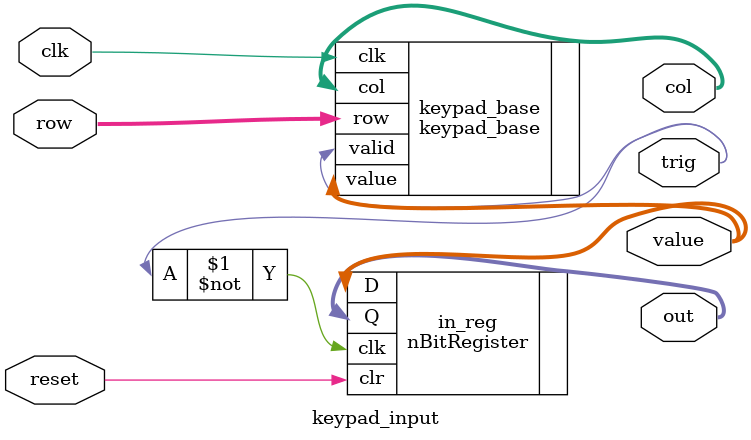
<source format=v>
module keypad_input #( parameter DIGITS = 4 )
( 
    input clk,
    input reset,
    input [3:0] row,
    output [3:0] col,
    output [(DIGITS*4)-1:0] out,
    // Debug
    output [3:0] value,
    output trig
);
    keypad_base keypad_base(
      .clk(clk),
      .row(row),
      .col(col),
      .value(value),
      .valid(trig)
    );

  nBitRegister #(4) in_reg (
    .D(value),     // input [W-1:0] D,
    .clk(~trig), // input CLK,
    .clr(reset),  // input CLR,
    .Q(out)      // output [W-1:0] Q
  );
  
    
endmodule
</source>
